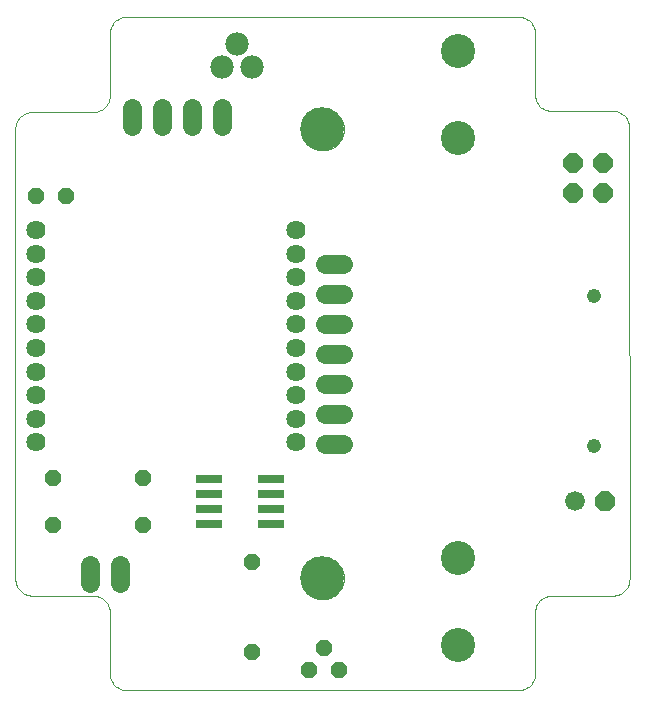
<source format=gts>
G75*
%MOIN*%
%OFA0B0*%
%FSLAX24Y24*%
%IPPOS*%
%LPD*%
%AMOC8*
5,1,8,0,0,1.08239X$1,22.5*
%
%ADD10C,0.0000*%
%ADD11C,0.0780*%
%ADD12OC8,0.0560*%
%ADD13C,0.1135*%
%ADD14OC8,0.0660*%
%ADD15C,0.0660*%
%ADD16C,0.0640*%
%ADD17C,0.0476*%
%ADD18OC8,0.0640*%
%ADD19C,0.1457*%
%ADD20C,0.0640*%
%ADD21R,0.0910X0.0280*%
D10*
X003547Y002773D02*
X003545Y002819D01*
X003539Y002865D01*
X003530Y002910D01*
X003517Y002954D01*
X003500Y002997D01*
X003480Y003038D01*
X003456Y003078D01*
X003430Y003115D01*
X003400Y003150D01*
X003367Y003183D01*
X003332Y003213D01*
X003295Y003239D01*
X003255Y003263D01*
X003214Y003283D01*
X003171Y003300D01*
X003127Y003313D01*
X003082Y003322D01*
X003036Y003328D01*
X002990Y003330D01*
X000954Y003330D01*
X000954Y003329D02*
X000908Y003331D01*
X000862Y003337D01*
X000817Y003346D01*
X000773Y003359D01*
X000730Y003376D01*
X000689Y003396D01*
X000649Y003420D01*
X000612Y003446D01*
X000577Y003476D01*
X000544Y003509D01*
X000514Y003544D01*
X000488Y003581D01*
X000464Y003621D01*
X000444Y003662D01*
X000427Y003705D01*
X000414Y003749D01*
X000405Y003794D01*
X000399Y003840D01*
X000397Y003886D01*
X000397Y018907D01*
X000398Y018907D02*
X000400Y018952D01*
X000405Y018996D01*
X000415Y019040D01*
X000427Y019082D01*
X000443Y019124D01*
X000463Y019164D01*
X000486Y019202D01*
X000512Y019239D01*
X000541Y019273D01*
X000572Y019304D01*
X000606Y019333D01*
X000643Y019359D01*
X000681Y019382D01*
X000721Y019402D01*
X000763Y019418D01*
X000805Y019430D01*
X000849Y019440D01*
X000893Y019445D01*
X000938Y019447D01*
X000938Y019448D02*
X002973Y019448D01*
X002973Y019447D02*
X003018Y019449D01*
X003063Y019454D01*
X003107Y019463D01*
X003150Y019475D01*
X003193Y019491D01*
X003234Y019510D01*
X003273Y019532D01*
X003310Y019557D01*
X003346Y019585D01*
X003379Y019615D01*
X003409Y019648D01*
X003437Y019684D01*
X003462Y019721D01*
X003484Y019760D01*
X003503Y019801D01*
X003519Y019844D01*
X003531Y019887D01*
X003540Y019931D01*
X003545Y019976D01*
X003547Y020021D01*
X003547Y022064D01*
X003549Y022110D01*
X003555Y022156D01*
X003564Y022201D01*
X003577Y022245D01*
X003594Y022288D01*
X003614Y022329D01*
X003638Y022369D01*
X003664Y022406D01*
X003694Y022441D01*
X003727Y022474D01*
X003762Y022504D01*
X003799Y022530D01*
X003839Y022554D01*
X003880Y022574D01*
X003923Y022591D01*
X003967Y022604D01*
X004012Y022613D01*
X004058Y022619D01*
X004104Y022621D01*
X017164Y022621D01*
X017210Y022619D01*
X017256Y022613D01*
X017301Y022604D01*
X017345Y022591D01*
X017388Y022574D01*
X017429Y022554D01*
X017469Y022530D01*
X017506Y022504D01*
X017541Y022474D01*
X017574Y022441D01*
X017604Y022406D01*
X017630Y022369D01*
X017654Y022329D01*
X017674Y022288D01*
X017691Y022245D01*
X017704Y022201D01*
X017713Y022156D01*
X017719Y022110D01*
X017721Y022064D01*
X017720Y022064D02*
X017720Y020033D01*
X017722Y019988D01*
X017727Y019943D01*
X017737Y019899D01*
X017750Y019856D01*
X017766Y019814D01*
X017786Y019773D01*
X017809Y019734D01*
X017835Y019698D01*
X017864Y019663D01*
X017896Y019631D01*
X017931Y019602D01*
X017967Y019576D01*
X018006Y019553D01*
X018047Y019533D01*
X018089Y019517D01*
X018132Y019504D01*
X018176Y019494D01*
X018221Y019489D01*
X018266Y019487D01*
X020300Y019487D01*
X020299Y019487D02*
X020346Y019485D01*
X020392Y019479D01*
X020437Y019470D01*
X020482Y019456D01*
X020525Y019439D01*
X020567Y019419D01*
X020607Y019395D01*
X020645Y019368D01*
X020680Y019338D01*
X020713Y019305D01*
X020743Y019270D01*
X020770Y019232D01*
X020794Y019192D01*
X020815Y019150D01*
X020832Y019107D01*
X020845Y019062D01*
X020854Y019017D01*
X020860Y018970D01*
X020862Y018924D01*
X020870Y003888D01*
X020870Y003887D02*
X020868Y003841D01*
X020863Y003795D01*
X020853Y003750D01*
X020840Y003706D01*
X020823Y003663D01*
X020803Y003622D01*
X020780Y003582D01*
X020753Y003544D01*
X020723Y003509D01*
X020691Y003477D01*
X020656Y003447D01*
X020618Y003420D01*
X020578Y003396D01*
X020537Y003376D01*
X020494Y003359D01*
X020450Y003346D01*
X020405Y003337D01*
X020359Y003331D01*
X020313Y003329D01*
X020313Y003330D02*
X018277Y003330D01*
X018231Y003328D01*
X018185Y003322D01*
X018140Y003313D01*
X018096Y003300D01*
X018053Y003283D01*
X018012Y003263D01*
X017972Y003239D01*
X017935Y003213D01*
X017900Y003183D01*
X017867Y003150D01*
X017837Y003115D01*
X017811Y003078D01*
X017787Y003038D01*
X017767Y002997D01*
X017750Y002954D01*
X017737Y002910D01*
X017728Y002865D01*
X017722Y002819D01*
X017720Y002773D01*
X017720Y000737D01*
X017721Y000737D02*
X017719Y000691D01*
X017713Y000645D01*
X017704Y000600D01*
X017691Y000556D01*
X017674Y000513D01*
X017654Y000472D01*
X017630Y000432D01*
X017604Y000395D01*
X017574Y000360D01*
X017541Y000327D01*
X017506Y000297D01*
X017469Y000271D01*
X017429Y000247D01*
X017388Y000227D01*
X017345Y000210D01*
X017301Y000197D01*
X017256Y000188D01*
X017210Y000182D01*
X017164Y000180D01*
X004104Y000180D01*
X004058Y000182D01*
X004012Y000188D01*
X003967Y000197D01*
X003923Y000210D01*
X003880Y000227D01*
X003839Y000247D01*
X003799Y000271D01*
X003762Y000297D01*
X003727Y000327D01*
X003694Y000360D01*
X003664Y000395D01*
X003638Y000432D01*
X003614Y000472D01*
X003594Y000513D01*
X003577Y000556D01*
X003564Y000600D01*
X003555Y000645D01*
X003549Y000691D01*
X003547Y000737D01*
X003547Y002773D01*
X009925Y003920D02*
X009927Y003973D01*
X009933Y004026D01*
X009943Y004078D01*
X009956Y004129D01*
X009974Y004179D01*
X009995Y004228D01*
X010020Y004275D01*
X010048Y004319D01*
X010080Y004362D01*
X010114Y004402D01*
X010152Y004440D01*
X010192Y004474D01*
X010235Y004506D01*
X010280Y004534D01*
X010326Y004559D01*
X010375Y004580D01*
X010425Y004598D01*
X010476Y004611D01*
X010528Y004621D01*
X010581Y004627D01*
X010634Y004629D01*
X010687Y004627D01*
X010740Y004621D01*
X010792Y004611D01*
X010843Y004598D01*
X010893Y004580D01*
X010942Y004559D01*
X010989Y004534D01*
X011033Y004506D01*
X011076Y004474D01*
X011116Y004440D01*
X011154Y004402D01*
X011188Y004362D01*
X011220Y004319D01*
X011248Y004274D01*
X011273Y004228D01*
X011294Y004179D01*
X011312Y004129D01*
X011325Y004078D01*
X011335Y004026D01*
X011341Y003973D01*
X011343Y003920D01*
X011341Y003867D01*
X011335Y003814D01*
X011325Y003762D01*
X011312Y003711D01*
X011294Y003661D01*
X011273Y003612D01*
X011248Y003565D01*
X011220Y003521D01*
X011188Y003478D01*
X011154Y003438D01*
X011116Y003400D01*
X011076Y003366D01*
X011033Y003334D01*
X010988Y003306D01*
X010942Y003281D01*
X010893Y003260D01*
X010843Y003242D01*
X010792Y003229D01*
X010740Y003219D01*
X010687Y003213D01*
X010634Y003211D01*
X010581Y003213D01*
X010528Y003219D01*
X010476Y003229D01*
X010425Y003242D01*
X010375Y003260D01*
X010326Y003281D01*
X010279Y003306D01*
X010235Y003334D01*
X010192Y003366D01*
X010152Y003400D01*
X010114Y003438D01*
X010080Y003478D01*
X010048Y003521D01*
X010020Y003566D01*
X009995Y003612D01*
X009974Y003661D01*
X009956Y003711D01*
X009943Y003762D01*
X009933Y003814D01*
X009927Y003867D01*
X009925Y003920D01*
X009925Y018881D02*
X009927Y018934D01*
X009933Y018987D01*
X009943Y019039D01*
X009956Y019090D01*
X009974Y019140D01*
X009995Y019189D01*
X010020Y019236D01*
X010048Y019280D01*
X010080Y019323D01*
X010114Y019363D01*
X010152Y019401D01*
X010192Y019435D01*
X010235Y019467D01*
X010280Y019495D01*
X010326Y019520D01*
X010375Y019541D01*
X010425Y019559D01*
X010476Y019572D01*
X010528Y019582D01*
X010581Y019588D01*
X010634Y019590D01*
X010687Y019588D01*
X010740Y019582D01*
X010792Y019572D01*
X010843Y019559D01*
X010893Y019541D01*
X010942Y019520D01*
X010989Y019495D01*
X011033Y019467D01*
X011076Y019435D01*
X011116Y019401D01*
X011154Y019363D01*
X011188Y019323D01*
X011220Y019280D01*
X011248Y019235D01*
X011273Y019189D01*
X011294Y019140D01*
X011312Y019090D01*
X011325Y019039D01*
X011335Y018987D01*
X011341Y018934D01*
X011343Y018881D01*
X011341Y018828D01*
X011335Y018775D01*
X011325Y018723D01*
X011312Y018672D01*
X011294Y018622D01*
X011273Y018573D01*
X011248Y018526D01*
X011220Y018482D01*
X011188Y018439D01*
X011154Y018399D01*
X011116Y018361D01*
X011076Y018327D01*
X011033Y018295D01*
X010988Y018267D01*
X010942Y018242D01*
X010893Y018221D01*
X010843Y018203D01*
X010792Y018190D01*
X010740Y018180D01*
X010687Y018174D01*
X010634Y018172D01*
X010581Y018174D01*
X010528Y018180D01*
X010476Y018190D01*
X010425Y018203D01*
X010375Y018221D01*
X010326Y018242D01*
X010279Y018267D01*
X010235Y018295D01*
X010192Y018327D01*
X010152Y018361D01*
X010114Y018399D01*
X010080Y018439D01*
X010048Y018482D01*
X010020Y018527D01*
X009995Y018573D01*
X009974Y018622D01*
X009956Y018672D01*
X009943Y018723D01*
X009933Y018775D01*
X009927Y018828D01*
X009925Y018881D01*
D11*
X008301Y020960D03*
X007801Y021710D03*
X007301Y020960D03*
D12*
X002094Y016664D03*
X001094Y016664D03*
X001653Y007267D03*
X001653Y005692D03*
X004653Y005692D03*
X004653Y007267D03*
X008271Y004436D03*
X008271Y001436D03*
X010173Y000841D03*
X010673Y001591D03*
X011173Y000841D03*
D13*
X015149Y001701D03*
X015149Y004601D03*
X015149Y018601D03*
X015149Y021501D03*
D14*
X020039Y006487D03*
D15*
X019039Y006487D03*
D16*
X009736Y008436D03*
X009736Y009223D03*
X009736Y010011D03*
X009736Y010798D03*
X009736Y011586D03*
X009736Y012373D03*
X009736Y013160D03*
X009736Y013948D03*
X009736Y014735D03*
X009736Y015523D03*
X001075Y015523D03*
X001075Y014735D03*
X001075Y013948D03*
X001075Y013160D03*
X001075Y012373D03*
X001075Y011586D03*
X001075Y010798D03*
X001075Y010011D03*
X001075Y009223D03*
X001075Y008436D03*
D17*
X019689Y008310D03*
X019689Y013310D03*
D18*
X019992Y016767D03*
X019992Y017767D03*
X018992Y017767D03*
X018992Y016767D03*
D19*
X010634Y018881D03*
X010634Y003920D03*
D20*
X010727Y008400D02*
X011327Y008400D01*
X011327Y009400D02*
X010727Y009400D01*
X010727Y010400D02*
X011327Y010400D01*
X011327Y011400D02*
X010727Y011400D01*
X010727Y012400D02*
X011327Y012400D01*
X011327Y013400D02*
X010727Y013400D01*
X010727Y014400D02*
X011327Y014400D01*
X007291Y018974D02*
X007291Y019574D01*
X006291Y019574D02*
X006291Y018974D01*
X005291Y018974D02*
X005291Y019574D01*
X004291Y019574D02*
X004291Y018974D01*
X003890Y004338D02*
X003890Y003738D01*
X002890Y003738D02*
X002890Y004338D01*
D21*
X006848Y005729D03*
X006848Y006229D03*
X006848Y006729D03*
X006848Y007229D03*
X008908Y007229D03*
X008908Y006729D03*
X008908Y006229D03*
X008908Y005729D03*
M02*

</source>
